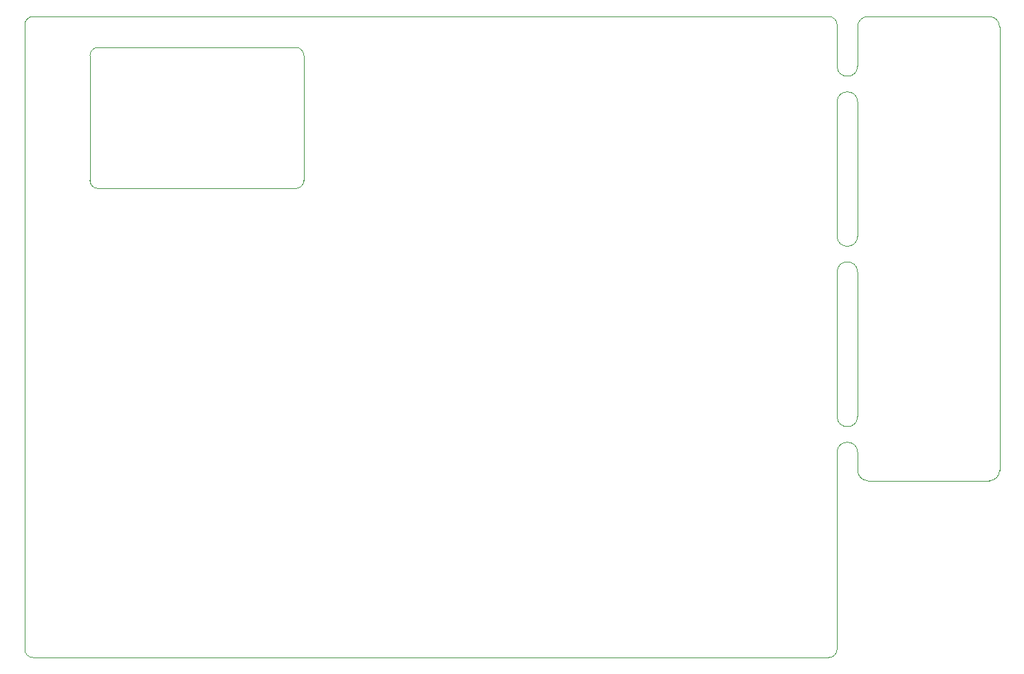
<source format=gm1>
%TF.GenerationSoftware,KiCad,Pcbnew,9.0.6-9.0.6~ubuntu22.04.1*%
%TF.CreationDate,2025-11-24T16:13:19-08:00*%
%TF.ProjectId,NX-J401-Adapter,4e582d4a-3430-4312-9d41-646170746572,5*%
%TF.SameCoordinates,Original*%
%TF.FileFunction,Profile,NP*%
%FSLAX46Y46*%
G04 Gerber Fmt 4.6, Leading zero omitted, Abs format (unit mm)*
G04 Created by KiCad (PCBNEW 9.0.6-9.0.6~ubuntu22.04.1) date 2025-11-24 16:13:19*
%MOMM*%
%LPD*%
G01*
G04 APERTURE LIST*
%TA.AperFunction,Profile*%
%ADD10C,0.100000*%
%TD*%
G04 APERTURE END LIST*
D10*
X327533000Y-107062250D02*
G75*
G02*
X325000620Y-107062250I-1266190J0D01*
G01*
X233019600Y-84820000D02*
G75*
G02*
X234019600Y-83820000I1000000J0D01*
G01*
X327533000Y-107061000D02*
X327533000Y-90551000D01*
X226016820Y-159004000D02*
G75*
G02*
X225000800Y-157988000I-20J1016000D01*
G01*
X225000820Y-81026000D02*
G75*
G02*
X226016820Y-80010020I1015980J0D01*
G01*
X345012000Y-135940800D02*
G75*
G02*
X343742000Y-137210800I-1270000J0D01*
G01*
X233019600Y-100203000D02*
X233019600Y-84820000D01*
X234019600Y-101203000D02*
X258359400Y-101203000D01*
X259359400Y-84820000D02*
X259359400Y-100203000D01*
X258359400Y-83820000D02*
G75*
G02*
X259359400Y-84820000I0J-1000000D01*
G01*
X325000620Y-111507250D02*
G75*
G02*
X327533000Y-111507250I1266190J0D01*
G01*
X325000620Y-81026000D02*
X325000620Y-86106000D01*
X323984620Y-80010000D02*
G75*
G02*
X325000600Y-81026000I-20J-1016000D01*
G01*
X325000620Y-133731000D02*
X325000620Y-157988000D01*
X226016820Y-80010021D02*
X323984600Y-80010021D01*
X343742000Y-80010000D02*
G75*
G02*
X345012000Y-81280000I0J-1270000D01*
G01*
X225000820Y-81026000D02*
X225000820Y-157988000D01*
X327533000Y-129286000D02*
X327533000Y-111506000D01*
X234019600Y-101203000D02*
G75*
G02*
X233019600Y-100203000I0J1000000D01*
G01*
X325000620Y-111506000D02*
X325000620Y-129286000D01*
X328803000Y-137210800D02*
G75*
G02*
X327533000Y-135940800I0J1270000D01*
G01*
X327533000Y-129287250D02*
G75*
G02*
X325000620Y-129287250I-1266190J0D01*
G01*
X226016820Y-159004000D02*
X323984620Y-159004000D01*
X325000620Y-157988000D02*
G75*
G02*
X323984620Y-159004020I-1016020J0D01*
G01*
X258359400Y-83820000D02*
X234019600Y-83820000D01*
X325000620Y-90551000D02*
X325000620Y-107061000D01*
X327533000Y-86106000D02*
X327533000Y-81280000D01*
X325000620Y-133732250D02*
G75*
G02*
X327533000Y-133732250I1266190J0D01*
G01*
X328803000Y-80010000D02*
X343742000Y-80010000D01*
X327533000Y-81280000D02*
G75*
G02*
X328803000Y-80010000I1270000J0D01*
G01*
X327533000Y-86106000D02*
G75*
G02*
X325000620Y-86106000I-1266190J0D01*
G01*
X343742000Y-137210800D02*
X328803000Y-137210800D01*
X325000620Y-90552250D02*
G75*
G02*
X327533000Y-90552250I1266190J0D01*
G01*
X327533000Y-135940800D02*
X327533000Y-133731000D01*
X259359400Y-100203000D02*
G75*
G02*
X258359400Y-101203000I-1000000J0D01*
G01*
X345012000Y-81280000D02*
X345012000Y-135940800D01*
M02*

</source>
